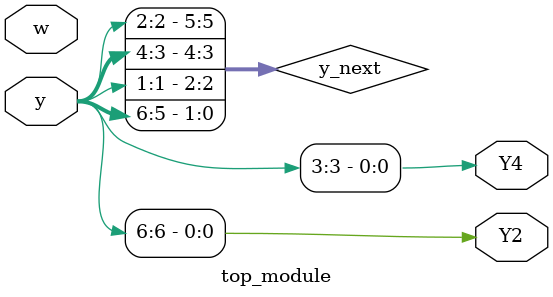
<source format=sv>
module top_module (
    input [6:1] y,
    input w,
    output Y2,
    output Y4
);

    // Declare intermediate wires
    wire[6:1] y_next;

    // Next state logic
    assign y_next[1] = y[5];
    assign y_next[2] = y[6];
    assign y_next[3] = y[1];
    assign y_next[4] = y[3];
    assign y_next[5] = y[4];
    assign y_next[6] = y[2];

    // Output logic
    assign Y2 = y_next[2];
    assign Y4 = y_next[4];
    
endmodule

</source>
